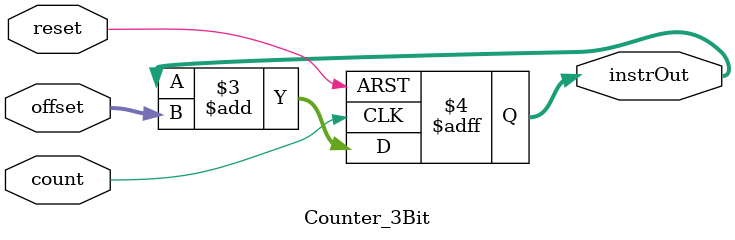
<source format=v>
module Counter_3Bit(instrOut, count, reset, offset);
input wire count, reset; //Reset is an active low input
parameter width = 4; //enables the ability to have any bit counter
input wire [(width-1):0] offset; // enables to have an arbitrary offset
output reg [(width-1):0] instrOut;

//Used the code provided in class to construct the counter

always @ (posedge count or negedge reset)
begin
if(!reset)
	instrOut = 4'd0;
else
	instrOut = instrOut + offset;
end

endmodule

</source>
